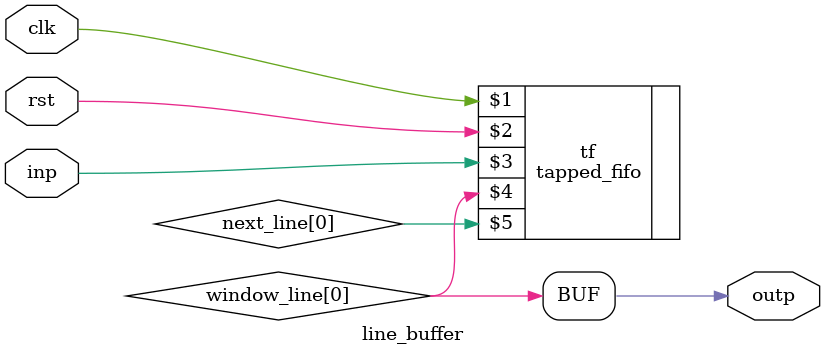
<source format=v>
/*  Line buffer producing a window of inputs.
 *
 *  Copyright (c) 2016, Stephen Longfield, stephenlongfield.com
 *
 *  This program is free software: you can redistribute it and/or modify
 *  it under the terms of the GNU General Public License as published by
 *  the Free Software Foundation, either version 3 of the License, or
 *  (at your option) any later version.
 *
 *  This program is distributed in the hope that it will be useful,
 *  but WITHOUT ANY WARRANTY; without even the implied warranty of
 *  MERCHANTABILITY or FITNESS FOR A PARTICULAR PURPOSE.  See the
 *  GNU General Public License for more details.
 *
 *  You should have received a copy of the GNU General Public License
 *  along with this program.  If not, see <http://www.gnu.org/licenses/>.
 *
 */

`ifndef LIB_LINE_BUFFER_V_
`define LIB_LINE_BUFFER_V_

`timescale 1ns/1ps

`include "fifo.v"
`include "tapped_fifo.v"

// This line buffer generates a "window" of pixels from an input stream, with no
// flow control. It's parameterized in four ways:
//   WIDTH:        Wordsize
//   LINE_LENGTH:  Length of each line
//   NUM_LINES:    How many lines to buffer
//   WINDOW_WIDTH: How wide the window should be.
//
// The first line is just the tapped fifo, of WINDOW_WIDTH width, and after
// that, each line is a vanilla fifo of (LINE_LENGTH-WINDOW_WIDTH) length, and
// a tapped fifo of length WINDOW_LENGTH.
//
// In essence, if + is a tapped buffer, and - is a plain FIFO, for a 5x5 window
// with a line length of 20:
//
//               in>+++++>1
// 1>---------------+++++>2
// 2>---------------+++++>3
// 3>---------------+++++>4
// 4>---------------+++++
//
// Where 1 is connected to 1, 2 is connected to 2, and so on.
module line_buffer#(
  parameter WIDTH=1,
  parameter LINE_LENGTH=1,
  parameter NUM_LINES=1,
  parameter WINDOW_WIDTH=1
  ) (
    input wire clk,
    input wire rst,

    input wire  [WIDTH-1:0] inp,
    output wire [WIDTH*NUM_LINES*WINDOW_WIDTH-1:0] outp
  );

  localparam OUT_WIDTH = WIDTH*NUM_LINES*WINDOW_WIDTH;
  localparam TAP_WIDTH = WIDTH*WINDOW_WIDTH;

  wire[WIDTH*WINDOW_WIDTH-1:0] window_line[NUM_LINES];

  wire[WIDTH-1:0] next_line[NUM_LINES];

  tapped_fifo#(.WIDTH(WIDTH), .DEPTH(WINDOW_WIDTH))
      tf(clk, rst, inp, window_line[0], next_line[0]);
  assign outp[(OUT_WIDTH-1):(OUT_WIDTH-TAP_WIDTH)] = window_line[0];

  genvar i;
  generate
  for (i = 1; i < NUM_LINES; i++) begin : lines
    wire[WIDTH-1:0] connection;
    fifo#(.WIDTH(WIDTH), .DEPTH(LINE_LENGTH-WINDOW_WIDTH))
         f(clk, rst, next_line[i-1], connection);
    tapped_fifo#(.WIDTH(WIDTH), .DEPTH(WINDOW_WIDTH))
         tf(clk, rst, connection, window_line[i], next_line[i]);
    assign outp[(OUT_WIDTH-TAP_WIDTH*(i)-1):(OUT_WIDTH-TAP_WIDTH*(i+1))] = window_line[i];
  end
  endgenerate
endmodule

`endif // LIB_LINE_BUFFER_V_

</source>
